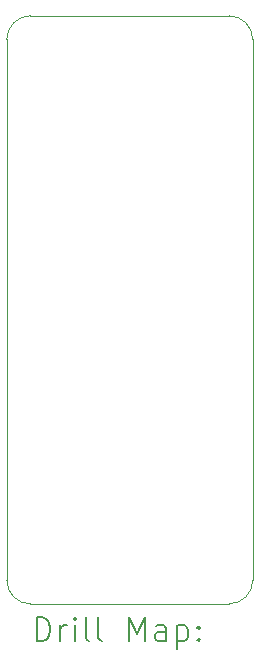
<source format=gbr>
%TF.GenerationSoftware,KiCad,Pcbnew,(6.0.7)*%
%TF.CreationDate,2022-10-01T16:57:37-07:00*%
%TF.ProjectId,dso150_mod,64736f31-3530-45f6-9d6f-642e6b696361,1.0*%
%TF.SameCoordinates,Original*%
%TF.FileFunction,Drillmap*%
%TF.FilePolarity,Positive*%
%FSLAX45Y45*%
G04 Gerber Fmt 4.5, Leading zero omitted, Abs format (unit mm)*
G04 Created by KiCad (PCBNEW (6.0.7)) date 2022-10-01 16:57:37*
%MOMM*%
%LPD*%
G01*
G04 APERTURE LIST*
%ADD10C,0.100000*%
%ADD11C,0.200000*%
G04 APERTURE END LIST*
D10*
X13919200Y-7518400D02*
X13919200Y-12096800D01*
X14119200Y-12296800D02*
X15802000Y-12296800D01*
X13919200Y-12096800D02*
G75*
G03*
X14119200Y-12296800I200000J0D01*
G01*
X15802000Y-7318400D02*
X14119200Y-7318400D01*
X16002000Y-7518400D02*
G75*
G03*
X15802000Y-7318400I-200000J0D01*
G01*
X15802000Y-12296800D02*
G75*
G03*
X16002000Y-12096800I0J200000D01*
G01*
X16002000Y-12096800D02*
X16002000Y-7518400D01*
X14119200Y-7318400D02*
G75*
G03*
X13919200Y-7518400I0J-200000D01*
G01*
D11*
X14171819Y-12612276D02*
X14171819Y-12412276D01*
X14219438Y-12412276D01*
X14248009Y-12421800D01*
X14267057Y-12440848D01*
X14276581Y-12459895D01*
X14286105Y-12497990D01*
X14286105Y-12526562D01*
X14276581Y-12564657D01*
X14267057Y-12583705D01*
X14248009Y-12602752D01*
X14219438Y-12612276D01*
X14171819Y-12612276D01*
X14371819Y-12612276D02*
X14371819Y-12478943D01*
X14371819Y-12517038D02*
X14381343Y-12497990D01*
X14390867Y-12488467D01*
X14409914Y-12478943D01*
X14428962Y-12478943D01*
X14495628Y-12612276D02*
X14495628Y-12478943D01*
X14495628Y-12412276D02*
X14486105Y-12421800D01*
X14495628Y-12431324D01*
X14505152Y-12421800D01*
X14495628Y-12412276D01*
X14495628Y-12431324D01*
X14619438Y-12612276D02*
X14600390Y-12602752D01*
X14590867Y-12583705D01*
X14590867Y-12412276D01*
X14724200Y-12612276D02*
X14705152Y-12602752D01*
X14695628Y-12583705D01*
X14695628Y-12412276D01*
X14952771Y-12612276D02*
X14952771Y-12412276D01*
X15019438Y-12555133D01*
X15086105Y-12412276D01*
X15086105Y-12612276D01*
X15267057Y-12612276D02*
X15267057Y-12507514D01*
X15257533Y-12488467D01*
X15238486Y-12478943D01*
X15200390Y-12478943D01*
X15181343Y-12488467D01*
X15267057Y-12602752D02*
X15248009Y-12612276D01*
X15200390Y-12612276D01*
X15181343Y-12602752D01*
X15171819Y-12583705D01*
X15171819Y-12564657D01*
X15181343Y-12545609D01*
X15200390Y-12536086D01*
X15248009Y-12536086D01*
X15267057Y-12526562D01*
X15362295Y-12478943D02*
X15362295Y-12678943D01*
X15362295Y-12488467D02*
X15381343Y-12478943D01*
X15419438Y-12478943D01*
X15438486Y-12488467D01*
X15448009Y-12497990D01*
X15457533Y-12517038D01*
X15457533Y-12574181D01*
X15448009Y-12593228D01*
X15438486Y-12602752D01*
X15419438Y-12612276D01*
X15381343Y-12612276D01*
X15362295Y-12602752D01*
X15543248Y-12593228D02*
X15552771Y-12602752D01*
X15543248Y-12612276D01*
X15533724Y-12602752D01*
X15543248Y-12593228D01*
X15543248Y-12612276D01*
X15543248Y-12488467D02*
X15552771Y-12497990D01*
X15543248Y-12507514D01*
X15533724Y-12497990D01*
X15543248Y-12488467D01*
X15543248Y-12507514D01*
M02*

</source>
